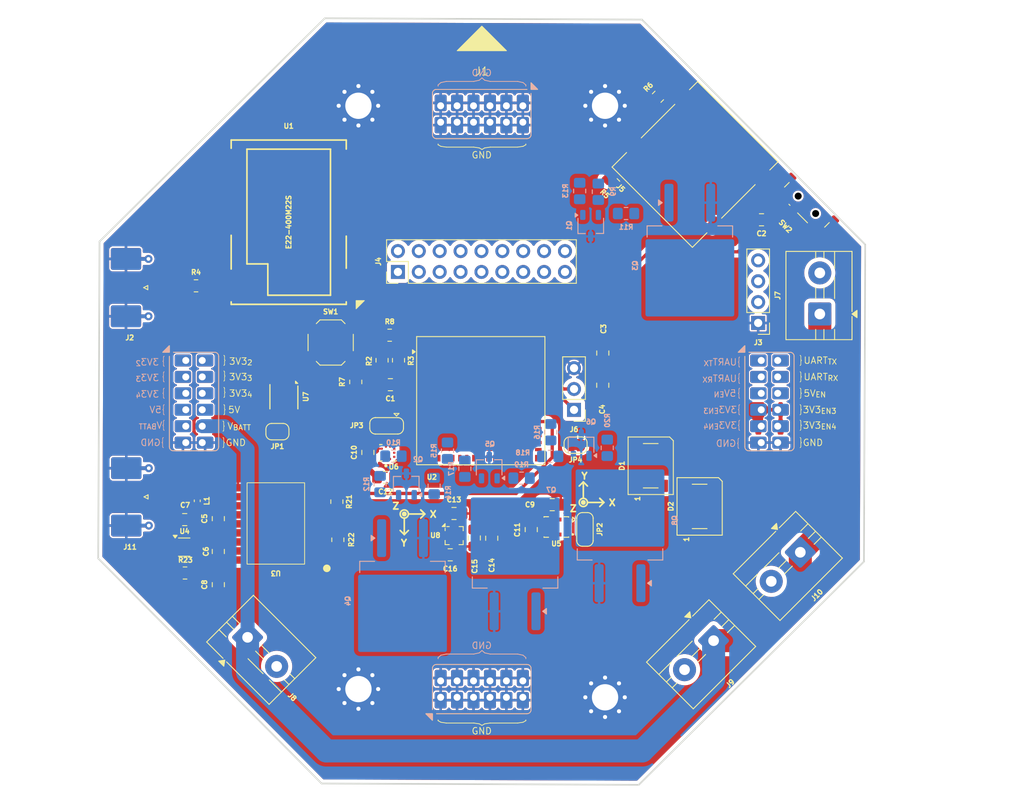
<source format=kicad_pcb>
(kicad_pcb (version 20241229) (generator "pcbnew") (generator_version "9.0")
  (layers (0 "F.Cu" signal) (2 "B.Cu" signal) (13 "F.Paste" user) (15 "B.Paste" user) (5 "F.SilkS" user "F.Silkscreen") (7 "B.SilkS" user "B.Silkscreen") (1 "F.Mask" user) (3 "B.Mask" user) (25 "Edge.Cuts" user))
  (net 0 "")
  (net 1 "/ESP32/ESP32_{EN}")
  (net 2 "GND")
  (net 3 "/ESP32/ESP32_{BOOT}")
  (net 4 "VDD")
  (net 5 "/GSPMOD/AN_OFF")
  (net 6 "/GSPMOD/VCC_RF")
  (net 7 "Net-(U4-VOUT)")
  (net 8 "Net-(U8-C1)")
  (net 9 "Net-(D1-VDD)")
  (net 10 "Net-(D1-DIN)")
  (net 11 "Net-(D1-DOUT)")
  (net 13 "3V3_{3}")
  (net 14 "+5V")
  (net 15 "+BATT")
  (net 16 "/SB_{RX}")
  (net 17 "/SB_{TX}")
  (net 18 "3V3_{2}")
  (net 20 "Net-(J2-In)")
  (net 21 "/SCL")
  (net 22 "/SDA")
  (net 23 "/SCK")
  (net 24 "/MOSI")
  (net 25 "/CS_{0}")
  (net 26 "/MISO")
  (net 27 "/CS_{1}")
  (net 28 "Net-(J5-DAT2)")
  (net 29 "Net-(J5-DAT1)")
  (net 30 "/ESP32/UART0_{TX}")
  (net 31 "/ESP32/UART0_{RX}")
  (net 32 "Net-(J7-Pin_2)")
  (net 33 "Net-(J8-Pin_2)")
  (net 34 "Net-(J9-Pin_2)")
  (net 35 "Net-(J10-Pin_2)")
  (net 36 "Net-(J11-In)")
  (net 37 "Net-(JP2-C)")
  (net 38 "Net-(JP3-C)")
  (net 39 "Net-(Q1-C)")
  (net 40 "Net-(Q1-B)")
  (net 41 "Net-(Q2-B)")
  (net 42 "Net-(Q2-C)")
  (net 43 "Net-(Q5-C)")
  (net 44 "Net-(Q5-B)")
  (net 45 "Net-(Q6-B)")
  (net 46 "Net-(Q6-C)")
  (net 47 "DIN")
  (net 48 "Net-(U1-ANT)")
  (net 49 "Net-(U2-3V3)")
  (net 50 "OUT_{1}")
  (net 51 "OUT_{2}")
  (net 52 "OUT_{4}")
  (net 53 "OUT_{3}")
  (net 54 "/RST")
  (net 55 "/WK_{up}")
  (net 56 "Net-(U4-OC)")
  (net 57 "/TX_{EN}")
  (net 58 "/BUSY")
  (net 60 "/NRST")
  (net 61 "/RX_{EN}")
  (net 72 "/UART_{TX}")
  (net 77 "/UART_{RX}")
  (footprint "Capacitor_SMD:C_0805_2012Metric_Pad1.18x1.45mm_HandSolder" (layer "F.Cu") (at 57.081345 106.065189 90)
    (property "Reference" "C8")
    (property "Value" "10uF")
  )
  (footprint "Connector_PinHeader_2.54mm:PinHeader_1x03_P2.54mm_Vertical" (layer "F.Cu") (at 100.35 84.79 180)
    (property "Reference" "J6")
    (property "Value" "Conn_01x03")
  )
  (footprint "Capacitor_SMD:C_0805_2012Metric_Pad1.18x1.45mm_HandSolder" (layer "F.Cu") (at 78.0125 81.725)
    (property "Reference" "C1")
    (property "Value" "0.1uF")
  )
  (footprint "Jumper:SolderJumper-2_P1.3mm_Bridged2Bar_RoundedPad1.0x1.5mm" (layer "F.Cu") (at 100.54 89.08 180)
    (property "Reference" "JP4")
    (property "Value" "SolderJumper_2_Bridged")
  )
  (footprint "Capacitor_SMD:C_0805_2012Metric_Pad1.18x1.45mm_HandSolder" (layer "F.Cu") (at 77.423034 93.01)
    (property "Reference" "C12")
    (property "Value" "0.1uF")
  )
  (footprint "Capacitor_SMD:C_0805_2012Metric_Pad1.18x1.45mm_HandSolder" (layer "F.Cu") (at 57.081345 102.027689 -90)
    (property "Reference" "C6")
    (property "Value" "56pF")
  )
  (footprint "CompVuelo:XDCR_BMI270" (layer "F.Cu") (at 98.1975 99.0475 180)
    (property "Reference" "U5")
    (property "Value" "BMI270")
  )
  (footprint "LED_SMD:LED_WS2812B_PLCC4_5.0x5.0mm_P3.2mm" (layer "F.Cu") (at 115.63 96.54 90)
    (property "Reference" "D2")
    (property "Value" "WS2812B")
  )
  (footprint "Package_SON:Texas_PWSON-N6" (layer "F.Cu") (at 65.06 83.19 -90)
    (property "Reference" "U7")
    (property "Value" "HDC1080")
  )
  (footprint "Resistor_SMD:R_0805_2012Metric_Pad1.20x1.40mm_HandSolder" (layer "F.Cu") (at 110.562893 46.677107 -135)
    (property "Reference" "R6")
    (property "Value" "100k")
  )
  (footprint "TerminalBlock:TerminalBlock_MaiXu_MX126-5.0-02P_1x02_P5.00mm" (layer "F.Cu") (at 117.329444 112.879491 -135)
    (property "Reference" "J9")
    (property "Value" "Conn_01x02")
  )
  (footprint "Connector_Coaxial:SMA_Molex_73251-2120_EdgeMount_Horizontal" (layer "F.Cu") (at 45.6 69.9075 180)
    (property "Reference" "J2")
    (property "Value" "Conn_Coaxial")
  )
  (footprint "Connector_PinHeader_2.54mm:PinHeader_1x04_P2.54mm_Vertical" (layer "F.Cu") (at 122.75 74.21 180)
    (property "Reference" "J3")
    (property "Value" "Conn_01x04")
  )
  (footprint "LED_SMD:LED_WS2812B_PLCC4_5.0x5.0mm_P3.2mm" (layer "F.Cu") (at 109.68 91.59 90)
    (property "Reference" "D1")
    (property "Value" "WS2812B")
  )
  (footprint "Capacitor_SMD:C_0805_2012Metric_Pad1.18x1.45mm_HandSolder" (layer "F.Cu") (at 57.081345 98.027689 90)
    (property "Reference" "C5")
    (property "Value" "56pf")
  )
  (footprint "Capacitor_SMD:C_0805_2012Metric_Pad1.18x1.45mm_HandSolder" (layer "F.Cu") (at 103.845 81.79 -90)
    (property "Reference" "C4")
    (property "Value" "10uF")
  )
  (footprint "Jumper:SolderJumper-2_P1.3mm_Bridged2Bar_RoundedPad1.0x1.5mm" (layer "F.Cu") (at 64.27 87.44 180)
    (property "Reference" "JP1")
    (property "Value" "SolderJumper_2_Bridged")
  )
  (footprint "TerminalBlock:TerminalBlock_MaiXu_MX126-5.0-02P_1x02_P5.00mm" (layer "F.Cu") (at 60.641835 112.476185 -45)
    (property "Reference" "J8")
    (property "Value" "Conn_01x02")
  )
  (footprint "Resistor_SMD:R_0805_2012Metric_Pad1.20x1.40mm_HandSolder" (layer "F.Cu") (at 54.37 69.69)
    (property "Reference" "R4")
    (property "Value" "0")
  )
  (footprint "Jumper:SolderJumper-3_P1.3mm_Open_RoundedPad1.0x1.5mm" (layer "F.Cu") (at 77.555 86.73 180)
    (property "Reference" "JP3")
    (property "Value" "SolderJumper_3_Open")
  )
  (footprint "CompVuelo:SW_Push" (layer "F.Cu") (at 70.75 76.59)
    (property "Reference" "SW1")
    (property "Value" "SW_Push")
  )
  (footprint "RF_Module:ESP32-S2-MINI-1U" (layer "F.Cu") (at 89.0075 83.67)
    (property "Reference" "U2")
    (property "Value" "ESP32-S3-MINI-1U")
  )
  (footprint "Capacitor_SMD:C_0805_2012Metric_Pad1.18x1.45mm_HandSolder" (layer "F.Cu") (at 85.2925 102.4325)
    (property "Reference" "C16")
    (property "Value" "220nF")
  )
  (footprint "Capacitor_SMD:C_0805_2012Metric_Pad1.18x1.45mm_HandSolder" (layer "F.Cu") (at 52.993845 98.145189)
    (property "Reference" "C7")
    (property "Value" "56pF")
  )
  (footprint "Connector_Card:microSD_HC_Molex_47219-2001" (layer "F.Cu") (at 115.066631 54.916479 -45)
    (property "Reference" "J5")
    (property "Value" "Micro_SD_Card")
  )
  (footprint "Package_LGA:LGA-12_2x2mm_P0.5mm" (layer "F.Cu") (at 85.7725 100.0925)
    (property "Reference" "U8")
    (property "Value" "LIS2MDL")
  )
  (footprint "Capacitor_SMD:C_0805_2012Metric_Pad1.18x1.45mm_HandSolder" (layer "F.Cu") (at 75.273034 89.97 90)
    (property "Reference" "C10")
    (property "Value" "0.1uF")
  )
  (footprint "Capacitor_SMD:C_0402_1005Metric" (layer "F.Cu") (at 54.52 95.86 -90)
    (property "Reference" "L1")
    (property "Value" "5.6nH")
  )
  (footprint "Capacitor_SMD:C_0805_2012Metric_Pad1.18x1.45mm_HandSolder" (layer "F.Cu") (at 90.34 100.4125 -90)
    (property "Reference" "C14")
    (property "Value" "10uF")
  )
  (footprint "Capacitor_SMD:C_0805_2012Metric_Pad1.18x1.45mm_HandSolder" (layer "F.Cu") (at 88.22 100.38 -90)
    (property "Reference" "C15")
    (property "Value" "0.1uF")
  )
  (footprint "TerminalBlock:TerminalBlock_MaiXu_MX126-5.0-02P_1x02_P5.00mm" (layer "F.Cu") (at 127.876078 102.123976 -135)
    (property "Reference" "J10")
    (property "Value" "Conn_01x02")
  )
  (footprint "Capacitor_SMD:C_0805_2012Metric_Pad1.18x1.45mm_HandSolder" (layer "F.Cu") (at 123.1575 61.65 180)
    (property "Reference" "C2")
    (property "Value" "0.1uF")
  )
  (footprint "Resistor_SMD:R_0805_2012Metric_Pad1.20x1.40mm_HandSolder" (layer "F.Cu") (at 71.62 100.6 -90)
    (property "Reference" "R22")
    (property "Value" "10k")
  )
  (footprint "CompVuelo:LIV3F" (layer "F.Cu") (at 64.081345 98.565189 180)
    (property "Reference" "U3")
    (property "Value" "ST LIV3R")
  )
  (footprint "CompVuelo:GeneralConn" (layer "F.Cu") (at 89.125 83.775)
    (property "Reference" "J1")
    (property "Value" "NebulaConnector")
    (fp_line (start -46.65 19.1) (end -46.491539 -19.480598) (stroke (width 0.2)) (layer "Edge.Cuts"))
    (fp_line (start -46.491539 -19.480598) (end -19.098856 -46.649152) (stroke (width 0.2)) (layer "Edge.Cuts"))
    (fp_line (start -19.481416 46.492651) (end -46.65 19.1) (stroke (width 0.2)) (layer "Edge.Cuts"))
    (fp_line (start -19.098856 -46.649152) (end 19.481786 -46.49069) (stroke (width 0.2)) (layer "Edge.Cuts"))
    (fp_line (start 19.099228 46.651112) (end -19.481416 46.492651) (stroke (width 0.2)) (layer "Edge.Cuts"))
    (fp_line (start 19.481786 -46.49069) (end 46.650372 -19.098039) (stroke (width 0.2)) (layer "Edge.Cuts"))
    (fp_line (start 46.49191 19.482559) (end 19.099228 46.651112) (stroke (width 0.2)) (layer "Edge.Cuts"))
    (fp_line (start 46.650372 -19.098039) (end 46.49191 19.482559) (stroke (width 0.2)) (layer "Edge.Cuts"))
  )
  (footprint "Capacitor_SMD:C_0805_2012Metric_Pad1.18x1.45mm_HandSolder" (layer "F.Cu") (at 103.85 77.8725 90)
    (property "Reference" "C3")
    (property "Value" "0.1uf")
  )
  (footprint "Capacitor_SMD:C_0805_2012Metric_Pad1.18x1.45mm_HandSolder" (layer "F.Cu") (at 97.7 96.33)
    (property "Reference" "C9")
    (property "Value" "0.1uF")
  )
  (footprint "Capacitor_SMD:C_0805_2012Metric_Pad1.18x1.45mm_HandSolder" (layer "F.Cu") (at 85.7525 97.4025)
    (property "Reference" "C13")
    (property "Value" "0.1uF")
  )
  (footprint "Resistor_SMD:R_0805_2012Metric_Pad1.20x1.40mm_HandSolder" (layer "F.Cu") (at 77 78.75 -90)
    (property "Reference" "R2")
    (property "Value" "4k7")
  )
  (footprint "TerminalBlock:TerminalBlock_MaiXu_MX126-5.0-02P_1x02_P5.00mm" (layer "F.Cu") (at 130.2475 73.12 90)
    (property "Reference" "J7")
    (property "Value" "Conn_01x02")
  )
  (footprint "Resistor_SMD:R_0805_2012Metric_Pad1.20x1.40mm_HandSolder" (layer "F.Cu") (at 105.232893 57.322893 -45)
    (property "Reference" "R5")
    (property "Value" "100k")
  )
  (footprint "Resistor_SMD:R_0805_2012Metric_Pad1.20x1.40mm_HandSolder" (layer "F.Cu") (at 79 78.75 -90)
    (property "Reference" "R3")
    (property "Value" "4k7")
  )
  (footprint "CompVuelo:XDCR_BMP390L" (layer "F.Cu") (at 77.7175 90.01 180)
    (property "Reference" "U6")
    (property "Value" "BMP390")
  )
  (footprint "Capacitor_SMD:C_0805_2012Metric_Pad1.18x1.45mm_HandSolder" (layer "F.Cu") (at 95.1475 99.3625 90)
    (property "Reference" "C11")
    (property "Value" "0.1uF")
  )
  (footprint "Jumper:SolderJumper-3_P1.3mm_Open_RoundedPad1.0x1.5mm" (layer "F.Cu") (at 101.68 99.34 -90)
    (property "Reference" "JP2")
    (property "Value" "SolderJumper_3_Open" (hide yes))
  )
  (footprint "Resistor_SMD:R_0805_2012Metric_Pad1.20x1.40mm_HandSolder" (layer "F.Cu") (at 77.925 75.7)
    (property "Reference" "R8")
    (property "Value" "0")
  )
  (footprint "CompVuelo:E22-400M22S" (layer "F.Cu") (at 65.645 61.944431)
    (property "Reference" "U1")
    (property "Value" "E22-400M22S")
  )
  (footprint "Connector_Coaxial:SMA_Molex_73251-2120_EdgeMount_Horizontal" (layer "F.Cu") (at 45.64 95.38 180)
    (property "Reference" "J11")
    (property "Value" "Conn_Coaxial")
  )
  (footprint "Resistor_SMD:R_0805_2012Metric_Pad1.20x1.40mm_HandSolder" (layer "F.Cu") (at 53.031345 104.645189)
    (property "Reference" "R23")
    (property "Value" "100k")
  )
  (footprint "Resistor_SMD:R_0805_2012Metric_Pad1.20x1.40mm_HandSolder" (layer "F.Cu") (at 71.5 95.96 90)
    (property "Reference" "R21")
    (property "Value" "10k")
  )
  (footprint "Resistor_SMD:R_0805_2012Metric_Pad1.20x1.40mm_HandSolder" (layer "F.Cu") (at 73.8 81.39 90)
    (property "Reference" "R7")
    (property "Value" "10k")
  )
  (footprint "Connector_PinHeader_2.54mm:PinHeader_2x09_P2.54mm_Vertical" (layer "F.Cu") (at 78.93 68 90)
    (property "Reference" "J4")
    (property "Value" "Conn_02x09_Odd_Even")
  )
  (footprint "Button_Switch_SMD:SW_SPDT_Shouhan_MSK12C02" (layer "F.Cu") (at 128.67934 59.82934 135)
    (property "Reference" "SW2")
    (property "Value" "SW_SPDT")
  )
  (footprint "Package_TO_SOT_SMD:Texas_R-PDSO-G5_DCK-5" (layer "F.Cu") (at 52.931345 101.495189)
    (property "Reference" "U4")
    (property "Value" "TPS294x")
  )
  (footprint "Resistor_SMD:R_0805_2012Metric_Pad1.20x1.40mm_HandSolder" (layer "B.Cu") (at 106.6775 60.89)
    (property "Reference" "R11")
    (property "Value" "1k")
  )
  (footprint "Resistor_SMD:R_0805_2012Metric_Pad1.20x1.40mm_HandSolder" (layer "B.Cu") (at 76.76 93.825 -90)
    (property "Reference" "R12")
    (property "Value" "1k")
  )
  (footprint "Package_TO_SOT_SMD:TO-263-2" (layer "B.Cu") (at 105.945 98.235 90)
    (property "Reference" "Q8")
    (property "Value" "NMOS")
  )
  (footprint "Package_TO_SOT_SMD:TSOT-23" (layer "B.Cu") (at 90.04609 91.814975 90)
    (property "Reference" "Q5")
    (property "Value" "NPN")
  )
  (footprint "Resistor_SMD:R_0805_2012Metric_Pad1.20x1.40mm_HandSolder" (layer "B.Cu") (at 87.07109 91.949975 -90)
    (property "Reference" "R17")
    (property "Value" "1k")
  )
  (footprint "Resistor_SMD:R_0805_2012Metric_Pad1.20x1.40mm_HandSolder" (layer "B.Cu") (at 101.0375 58.15 90)
    (property "Reference" "R13")
    (property "Value" "10k")
  )
  (footprint "Package_TO_SOT_SMD:TO-263-2" (layer "B.Cu") (at 114.44 67.22 -90)
    (property "Reference" "Q3")
    (property "Value" "NMOS")
  )
  (footprint "Package_TO_SOT_SMD:TO-263-2" (layer "B.Cu") (at 79.485 108.05 -90)
    (property "Reference" "Q4")
    (property "Value" "NMOS")
  )
  (footprint "Resistor_SMD:R_0805_2012Metric_Pad1.20x1.40mm_HandSolder" (layer "B.Cu") (at 104.39 89.41 -90)
    (property "Reference" "R20")
    (property "Value" "10k")
  )
  (footprint "Resistor_SMD:R_0805_2012Metric_Pad1.20x1.40mm_HandSolder" (layer "B.Cu") (at 83.335 94.05 -90)
    (property "Reference" "R14")
    (property "Value" "10k")
  )
  (footprint "Package_TO_SOT_SMD:TSOT-23" (layer "B.Cu") (at 102.3675 62.37 -90)
    (property "Reference" "Q1")
    (property "Value" "NPN")
  )
  (footprint "Resistor_SMD:R_0805_2012Metric_Pad1.20x1.40mm_HandSolder" (layer "B.Cu") (at 84.96 89.76 -90)
    (property "Reference" "R15")
    (property "Value" "10k")
  )
  (footprint "Package_TO_SOT_SMD:TO-263-2" (layer "B.Cu") (at 93.18 101.655 90)
    (property "Reference" "Q7")
    (property "Value" "NMOS")
  )
  (footprint "Resistor_SMD:R_0805_2012Metric_Pad1.20x1.40mm_HandSolder" (layer "B.Cu") (at 103.3075 58.24 -90)
    (property "Reference" "R9")
    (property "Value" "10k")
  )
  (footprint "Package_TO_SOT_SMD:TSOT-23" (layer "B.Cu") (at 79.96 93.84 90)
    (property "Reference" "Q2")
    (property "Value" "NPN")
  )
  (footprint "Resistor_SMD:R_0805_2012Metric_Pad1.20x1.40mm_HandSolder" (layer "B.Cu") (at 78.385 90.425 180)
    (property "Reference" "R10")
    (property "Value" "10k")
  )
  (footprint "Resistor_SMD:R_0805_2012Metric_Pad1.20x1.40mm_HandSolder" (layer "B.Cu") (at 93.97109 93.099975 180)
    (property "Reference" "R19")
    (property "Value" "10k")
  )
  (footprint "Resistor_SMD:R_0805_2012Metric_Pad1.20x1.40mm_HandSolder" (layer "B.Cu") (at 97.51 87.51 -90)
    (property "Reference" "R16")
    (property "Value" "10k")
  )
  (footprint "Resistor_SMD:R_0805_2012Metric_Pad1.20x1.40mm_HandSolder" (layer "B.Cu") (at 97.45 90.45 180)
    (property "Reference" "R18")
    (property "Value" "1k")
  )
  (footprint "Package_TO_SOT_SMD:TSOT-23" (layer "B.Cu") (at 101.225 89.075 90)
    (property "Reference" "Q6")
    (property "Value" "NPN")
  )
  (gr_line (start 101.4825 95.5575) (end 101.4825 93.5575) (stroke (width 0.2)) (layer "F.SilkS"))
  (gr_line (start 103.4825 95.5575) (end 103.9825 96.0575) (stroke (width 0.2)) (layer "F.SilkS"))
  (gr_line (start 101.4825 93.5575) (end 100.9825 94.0575) (stroke (width 0.2)) (layer "F.SilkS"))
  (gr_line (start 82.2025 97.465) (end 81.7025 97.965) (stroke (width 0.2)) (layer "F.SilkS"))
  (gr_line (start 103.9825 96.0575) (end 103.4825 95.5575) (stroke (width 0.2)) (layer "F.SilkS"))
  (gr_line (start 81.7025 96.965) (end 82.2025 97.465) (stroke (width 0.2)) (layer "F.SilkS"))
  (gr_circle (center 79.7025 97.465) (end 79.9025 97.465) (stroke (width 0.2)) (fill yes) (layer "F.SilkS"))
  (gr_line (start 80.2025 97.465) (end 82.2025 97.465) (stroke (width 0.2)) (layer "F.SilkS"))
  (gr_line (start 79.7025 97.965) (end 79.7025 99.965) (stroke (width 0.2)) (layer "F.SilkS"))
  (gr_circle (center 101.4825 96.0575) (end 101.9825 96.0575) (stroke (width 0.2)) (fill no) (layer "F.SilkS"))
  (gr_line (start 82.2025 97.465) (end 81.7025 96.965) (stroke (width 0.2)) (layer "F.SilkS"))
  (gr_line (start 101.4825 93.5575) (end 101.9825 94.0575) (stroke (width 0.2)) (layer "F.SilkS"))
  (gr_circle (center 79.7025 97.465) (end 80.2025 97.465) (stroke (width 0.2)) (fill no) (layer "F.SilkS"))
  (gr_line (start 101.9825 96.0575) (end 103.9825 96.0575) (stroke (width 0.2)) (layer "F.SilkS"))
  (gr_line (start 79.7025 99.965) (end 80.2025 99.465) (stroke (width 0.2)) (layer "F.SilkS"))
  (gr_circle (center 101.4825 96.0575) (end 101.6825 96.0575) (stroke (width 0.2)) (fill yes) (layer "F.SilkS"))
  (gr_line (start 103.9825 96.0575) (end 103.4825 96.5575) (stroke (width 0.2)) (layer "F.SilkS"))
  (gr_line (start 79.7025 99.965) (end 79.2025 99.465) (stroke (width 0.2)) (layer "F.SilkS"))
  (gr_text "Y" (at 79.19 101.465 0) (layer "F.SilkS") (effects (font (size 0.8 0.8) (thickness 0.2) (bold yes)) (justify left bottom)))
  (gr_text "Y" (at 101.145 93.3075 0) (layer "F.SilkS") (effects (font (size 0.8 0.8) (thickness 0.2) (bold yes)) (justify left bottom)))
  (gr_text "X" (at 104.4825 96.5575 0) (layer "F.SilkS") (effects (font (size 0.8 0.8) (thickness 0.2) (bold yes)) (justify left bottom)))
  (gr_text "Z" (at 79.19 96.965 0) (layer "F.SilkS") (effects (font (size 0.8 0.8) (thickness 0.2) (bold yes)) (justify right bottom)))
  (gr_text "Z" (at 100.77 97.27 0) (layer "F.SilkS") (effects (font (size 0.8 0.8) (thickness 0.2) (bold yes)) (justify right bottom)))
  (gr_text "X" (at 82.7025 97.965 0) (layer "F.SilkS") (effects (font (size 0.8 0.8) (thickness 0.2) (bold yes)) (justify left bottom)))
  (segment (start 125.79802 61.65) (end 124.195 61.65) (width 0.4) (layer "F.Cu") (net 3))
  (segment (start 97.28 77.72) (end 109.45 65.55) (width 0.4) (layer "F.Cu") (net 3))
  (segment (start 126.770152 60.677868) (end 125.79802 61.65) (width 0.4) (layer "F.Cu") (net 3))
  (segment (start 96.0075 77.72) (end 97.28 77.72) (width 0.4) (layer "F.Cu") (net 3))
  (segment (start 109.45 65.55) (end 120.295 65.55) (width 0.4) (layer "F.Cu") (net 3))
  (segment (start 120.295 65.55) (end 124.195 61.65) (width 0.4) (layer "F.Cu") (net 3))
  (segment (start 115.2845 84.775) (end 123.125 84.775) (width 1.7) (layer "F.Cu") (net 4))
  (segment (start 75.273034 91.0075) (end 75.273034 91.8975) (width 0.7) (layer "F.Cu") (net 4))
  (segment (start 124.43285 59.617208) (end 117.784042 52.9684) (width 0.4) (layer "F.Cu") (net 4))
  (segment (start 103.845 80.7525) (end 111.262 80.7525) (width 1.7) (layer "F.Cu") (net 4))
  (segment (start 103.85 78.91) (end 103.85 80.7475) (width 1.7) (layer "F.Cu") (net 4))
  (segment (start 117.14906 52.401299) (end 117.14906 52.9684) (width 0.4) (layer "F.Cu") (net 4))
  (segment (start 111.27 45.97) (end 111.27 46.52224) (width 0.4) (layer "F.Cu") (net 4))
  (segment (start 75.273034 91.8975) (end 76.385534 93.01) (width 0.7) (layer "F.Cu") (net 4))
  (segment (start 125.709492 59.617208) (end 124.43285 59.617208) (width 0.4) (layer "F.Cu") (net 4))
  (segment (start 117.14906 52.9684) (end 116.61873 53.49873) (width 0.4) (layer "F.Cu") (net 4))
  (segment (start 103.85 80.7475) (end 103.845 80.7525) (width 1.7) (layer "F.Cu") (net 4))
  (segment (start 111.262 80.7525) (end 115.2845 84.775) (width 1.7) (layer "F.Cu") (net 4))
  (segment (start 117.784042 52.9684) (end 117.14906 52.9684) (width 0.4) (layer "F.Cu") (net 4))
  (segment (start 111.27 46.52224) (end 117.14906 52.401299) (width 0.4) (layer "F.Cu") (net 4))
  (segment (start 122.170509 112.879491) (end 127.876078 107.173922) (width 2.8) (layer "F.Cu") (net 15))
  (segment (start 127.876078 107.173922) (end 127.876078 102.123976) (width 2.8) (layer "F.Cu") (net 15))
  (segment (start 117.329444 112.879491) (end 122.170509 112.879491) (width 2.8) (layer "F.Cu") (net 15))
  (segment (start 130.2475 99.752554) (end 130.2475 73.12) (width 2.8) (layer "F.Cu") (net 15))
  (segment (start 127.876078 102.123976) (end 130.2475 99.752554) (width 2.8) (layer "F.Cu") (net 15))
  (segment (start 70.221595 126.3) (end 108.65 126.3) (width 2.8) (layer "B.Cu") (net 15))
  (segment (start 60.641835 112.476185) (end 60.641835 116.72024) (width 2.8) (layer "B.Cu") (net 15))
  (segment (start 108.65 126.3) (end 117.329444 117.620556) (width 2.8) (layer "B.Cu") (net 15))
  (segment (start 60.641835 89.591835) (end 60.641835 112.476185) (width 1.7) (layer "B.Cu") (net 15))
  (segment (start 57.825 86.775) (end 60.641835 89.591835) (width 1.7) (layer "B.Cu") (net 15))
  (segment (start 55.125 86.775) (end 57.825 86.775) (width 1.7) (layer "B.Cu") (net 15))
  (segment (start 60.641835 116.72024) (end 70.221595 126.3) (width 2.8) (layer "B.Cu") (net 15))
  (segment (start 117.329444 117.620556) (end 117.329444 112.879491) (width 2.8) (layer "B.Cu") (net 15))
  (segment (start 71.005189 96.465189) (end 71.5 96.96) (width 0.8) (layer "F.Cu") (net 18))
  (segment (start 68.681345 96.465189) (end 71.005189 96.465189) (width 0.8) (layer "F.Cu") (net 18))
  (segment (start 96.0075 82.82) (end 98.38 82.82) (width 0.4) (layer "F.Cu") (net 30))
  (segment (start 98.38 82.82) (end 100.35 84.79) (width 0.4) (layer "F.Cu") (net 30))
  (segment (start 98.79 81.97) (end 99.07 82.25) (width 0.4) (layer "F.Cu") (net 31))
  (segment (start 96.0175 81.96) (end 96.0075 81.97) (width 0.2) (layer "F.Cu") (net 31))
  (segment (start 99.07 82.25) (end 100.35 82.25) (width 0.4) (layer "F.Cu") (net 31))
  (segment (start 96.0075 81.97) (end 98.79 81.97) (width 0.4) (layer "F.Cu") (net 31))
  (segment (start 97.7 90.5795) (end 97.7 86.8) (width 0.4) (layer "F.Cu") (net 54))
  (segment (start 93.3195 94.96) (end 97.7 90.5795) (width 0.4) (layer "F.Cu") (net 54))
  (segment (start 71.5 94.96) (end 93.3195 94.96) (width 0.4) (layer "F.Cu") (net 54))
  (segment (start 97.7 86.8) (end 97.12 86.22) (width 0.4) (layer "F.Cu") (net 54))
  (segment (start 97.12 86.22) (end 96.0075 86.22) (width 0.4) (layer "F.Cu") (net 54))
  (segment (start 68.681345 94.265189) (end 70.805189 94.265189) (width 0.8) (layer "F.Cu") (net 54))
  (segment (start 70.805189 94.265189) (end 71.5 94.96) (width 0.8) (layer "F.Cu") (net 54))
  (segment (start 70.685189 98.665189) (end 71.62 99.6) (width 0.8) (layer "F.Cu") (net 55))
  (segment (start 68.681345 98.665189) (end 70.685189 98.665189) (width 0.8) (layer "F.Cu") (net 55))
  (zone (net 4) (net_name "VDD") (layer "F.Cu") (name "VDD1") (connect_pads yes (clearance 0.5)) (min_thickness 0.25) (fill yes (thermal_gap 0.2) (thermal_bridge_width 0.3))
    (polygon (pts (xy 120.1 83.85) (xy 127.55 83.85) (xy 127.55 87.8) (xy 120.1 87.8)))
  )
  (zone (net 2) (net_name "GND") (layers "F.Cu" "B.Cu") (name "GNDam") (priority 1) (connect_pads (clearance 0.5)) (min_thickness 0.25) (fill yes (thermal_gap 0.2) (thermal_bridge_width 0.3))
    (polygon (pts (xy 42.45 35.05) (xy 155.1 34.9) (xy 154.9 131.4) (xy 38.6 132.2)))
  )
)
</source>
